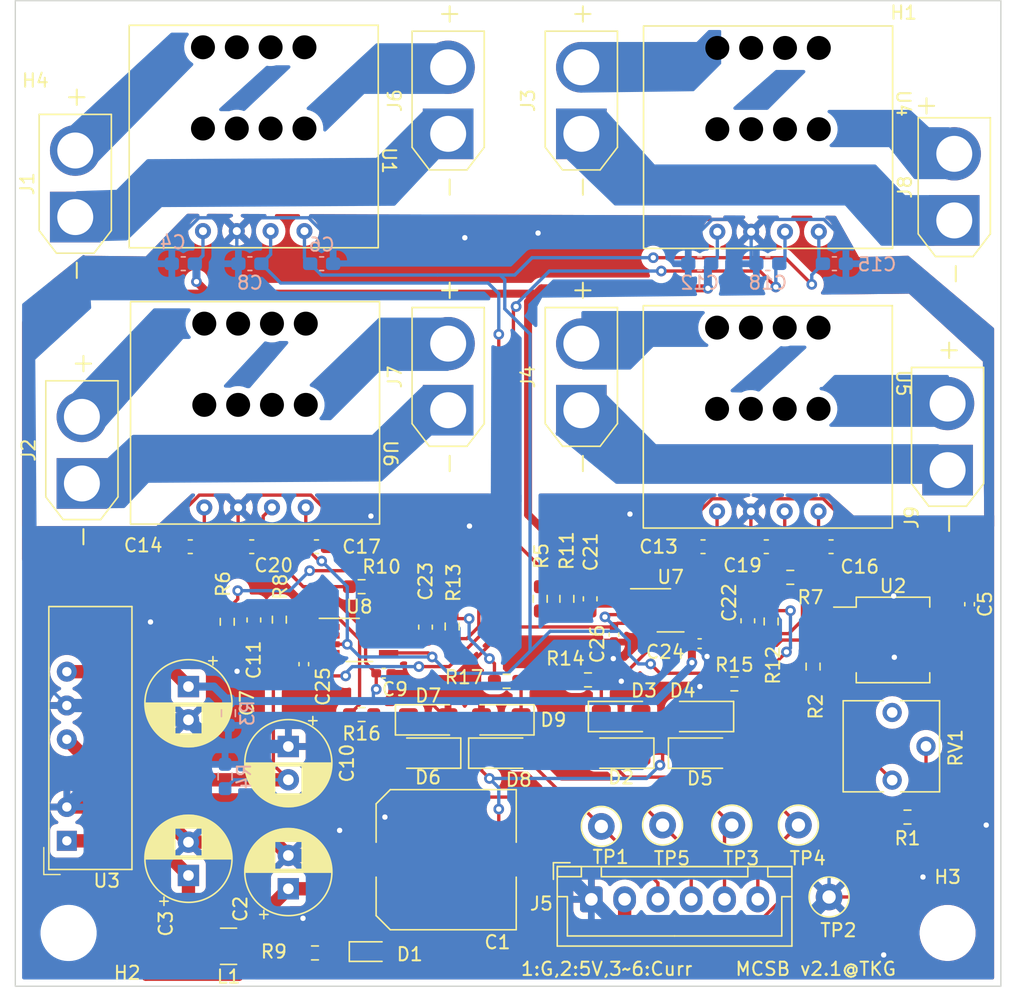
<source format=kicad_pcb>
(kicad_pcb (version 20211014) (generator pcbnew)
  (layers (0 "F.Cu" signal) (31 "B.Cu" signal) (34 "B.Paste" user) (35 "F.Paste" user) (36 "B.SilkS" user "B.Silkscreen") (37 "F.SilkS" user "F.Silkscreen") (38 "B.Mask" user) (39 "F.Mask" user) (44 "Edge.Cuts" user))
  (net 0 "")
  (net 1 "GND")
  (net 2 "Net-(C8-Pad2)")
  (net 3 "+5V")
  (net 4 "Net-(C11-Pad1)")
  (net 5 "Net-(C11-Pad2)")
  (net 6 "Net-(J1-Pad1)")
  (net 7 "Net-(J2-Pad1)")
  (net 8 "Net-(J3-Pad1)")
  (net 9 "Net-(J4-Pad1)")
  (net 10 "Net-(R1-Pad1)")
  (net 11 "Net-(R2-Pad2)")
  (net 12 "Net-(C3-Pad1)")
  (net 14 "Net-(D1-Pad1)")
  (net 15 "+12V")
  (net 16 "-12V")
  (net 17 "Net-(C18-Pad2)")
  (net 18 "Net-(C19-Pad2)")
  (net 19 "Net-(C20-Pad2)")
  (net 20 "Net-(C21-Pad1)")
  (net 21 "Net-(C21-Pad2)")
  (net 22 "Net-(C22-Pad1)")
  (net 23 "Net-(C22-Pad2)")
  (net 24 "Net-(C23-Pad1)")
  (net 25 "Net-(C23-Pad2)")
  (net 26 "Cur3")
  (net 27 "Cur4")
  (net 28 "Cur1")
  (net 29 "Cur2")
  (net 30 "InCurr_1")
  (net 31 "InCurr_2")
  (net 32 "InCurr_3")
  (net 33 "InCurr_4")
  (net 34 "OutCurr_1")
  (net 35 "OutCurr_2")
  (net 36 "OutCurr_3")
  (net 37 "OutCurr_4")
  (net 38 "Net-(U1-Pad2)")
  (net 40 "ref1.65V")
  (footprint "Resistor_SMD:R_0603_1608Metric_Pad0.98x0.95mm_HandSolder" (layer "F.Cu") (at 171.5 68 180)
    (fp_text reference "R14")
    (fp_text value "1k")
  )
  (footprint "Resistor_SMD:R_0603_1608Metric_Pad0.98x0.95mm_HandSolder" (layer "F.Cu") (at 169.9125 61.9125 90)
    (fp_text reference "R11")
    (fp_text value "27k")
  )
  (footprint "TestPoint:TestPoint_Loop_D1.80mm_Drill1.0mm_Beaded" (layer "F.Cu") (at 187.3 78.9)
    (fp_text reference "TP4")
    (fp_text value "Curr")
  )
  (footprint "Connector_AMASS:AMASS_XT30U-F_1x02_P5.0mm_Vertical" (layer "F.Cu") (at 198.5 52.25 90)
    (fp_text reference "J9")
    (fp_text value "XT30")
  )
  (footprint "X_MYLIB:HXS_50-NP-NoPad" (layer "F.Cu") (at 185.02 27.25 -90)
    (fp_text reference "U4")
    (fp_text value "HXS_50-NP")
  )
  (footprint "Capacitor_SMD:C_0603_1608Metric_Pad1.08x0.95mm_HandSolder" (layer "F.Cu") (at 151.1125 58 180)
    (fp_text reference "C17")
    (fp_text value "47nF")
  )
  (footprint "Capacitor_SMD:C_0603_1608Metric_Pad1.08x0.95mm_HandSolder" (layer "F.Cu") (at 146.4125 63.5 90)
    (fp_text reference "C11")
    (fp_text value "0.022uF")
  )
  (footprint "Package_SO:VSSOP-8_3.0x3.0mm_P0.65mm" (layer "F.Cu") (at 177.7 62.775)
    (fp_text reference "U7")
    (fp_text value "NJM8502")
  )
  (footprint "TestPoint:TestPoint_Loop_D1.80mm_Drill1.0mm_Beaded" (layer "F.Cu") (at 177.1 78.9)
    (fp_text reference "TP5")
    (fp_text value "Curr")
  )
  (footprint "Resistor_SMD:R_0603_1608Metric_Pad0.98x0.95mm_HandSolder" (layer "F.Cu") (at 154.5 61)
    (fp_text reference "R10")
    (fp_text value "10k")
  )
  (footprint "Connector_AMASS:AMASS_XT30U-M_1x02_P5.0mm_Vertical" (layer "F.Cu") (at 133 33.25 90)
    (fp_text reference "J1")
    (fp_text value "XT30")
  )
  (footprint "Package_SO:SO-8_5.3x6.2mm_P1.27mm" (layer "F.Cu") (at 194.4 65)
    (fp_text reference "U2")
    (fp_text value "NJM2746")
  )
  (footprint "Package_SO:VSSOP-8_3.0x3.0mm_P0.65mm" (layer "F.Cu") (at 154.325 65)
    (fp_text reference "U8")
    (fp_text value "NJM8502")
  )
  (footprint "Capacitor_SMD:C_0603_1608Metric_Pad1.08x0.95mm_HandSolder" (layer "F.Cu") (at 184.8875 58)
    (fp_text reference "C19")
    (fp_text value "4.7nF")
  )
  (footprint "TestPoint:TestPoint_Loop_D1.80mm_Drill1.0mm_Beaded" (layer "F.Cu") (at 182.3 78.9)
    (fp_text reference "TP3")
    (fp_text value "Curr")
  )
  (footprint "Resistor_SMD:R_0603_1608Metric_Pad0.98x0.95mm_HandSolder" (layer "F.Cu") (at 144.4125 63.6375 -90)
    (fp_text reference "R6")
    (fp_text value "10k")
  )
  (footprint "Resistor_SMD:R_0603_1608Metric_Pad0.98x0.95mm_HandSolder" (layer "F.Cu") (at 148.325 63.475 90)
    (fp_text reference "R8")
    (fp_text value "27k")
  )
  (footprint "Resistor_SMD:R_0603_1608Metric_Pad0.98x0.95mm_HandSolder" (layer "F.Cu") (at 195.4875 78.3 180)
    (fp_text reference "R1")
    (fp_text value "100k")
  )
  (footprint "Diode_SMD:D_1206_3216Metric_Pad1.42x1.75mm_HandSolder" (layer "F.Cu") (at 165 73.5)
    (fp_text reference "D8")
    (fp_text value "SS2040FL(I-02073)")
  )
  (footprint "Capacitor_SMD:C_0402_1005Metric_Pad0.74x0.62mm_HandSolder" (layer "F.Cu") (at 156.1625 67.5 180)
    (fp_text reference "C9")
    (fp_text value "0.1uF(NJM8502)")
  )
  (footprint "Capacitor_SMD:C_0603_1608Metric_Pad1.08x0.95mm_HandSolder" (layer "F.Cu") (at 180.1375 58)
    (fp_text reference "C13")
    (fp_text value "47nF")
  )
  (footprint "Capacitor_SMD:C_0603_1608Metric_Pad1.08x0.95mm_HandSolder" (layer "F.Cu") (at 141.6375 58)
    (fp_text reference "C14")
    (fp_text value "47nF")
  )
  (footprint "Capacitor_SMD:C_Elec_10x10.2" (layer "F.Cu") (at 160.85 81.5)
    (fp_text reference "C1")
    (fp_text value "220uF(P-01302)")
  )
  (footprint "Connector_AMASS:AMASS_XT30U-M_1x02_P5.0mm_Vertical" (layer "F.Cu") (at 133.5 53.25 90)
    (fp_text reference "J2")
    (fp_text value "XT30")
  )
  (footprint "Capacitor_SMD:C_0603_1608Metric_Pad1.08x0.95mm_HandSolder" (layer "F.Cu") (at 189.75 58 180)
    (fp_text reference "C16")
    (fp_text value "47nF")
  )
  (footprint "Resistor_SMD:R_0603_1608Metric_Pad0.98x0.95mm_HandSolder" (layer "F.Cu") (at 165.3875 68.1 180)
    (fp_text reference "R17")
    (fp_text value "1k")
  )
  (footprint "X_MYLIB:HXS_50-NP-NoPad" (layer "F.Cu") (at 146.4 27.2 -90)
    (fp_text reference "U1")
    (fp_text value "HXS_50-NP")
  )
  (footprint "Capacitor_SMD:C_0603_1608Metric_Pad1.08x0.95mm_HandSolder" (layer "F.Cu") (at 183.5 63.5625 90)
    (fp_text reference "C22")
    (fp_text value "0.022uF")
  )
  (footprint "MountingHole:MountingHole_3.2mm_M3" (layer "F.Cu") (at 132.5 21)
    (fp_text reference "H4")
    (fp_text value "M3")
  )
  (footprint "Capacitor_THT:CP_Radial_D6.3mm_P2.50mm" (layer "F.Cu") (at 141.5 82.68238 90)
    (fp_text reference "C3")
    (fp_text value "22uF(P-08294)")
  )
  (footprint "Resistor_SMD:R_0603_1608Metric_Pad0.98x0.95mm_HandSolder" (layer "F.Cu") (at 161.3 63.9875 90)
    (fp_text reference "R13")
    (fp_text value "27k")
  )
  (footprint "Diode_SMD:D_1206_3216Metric_Pad1.42x1.75mm_HandSolder" (layer "F.Cu") (at 173.9875 70.75)
    (fp_text reference "D3")
    (fp_text value "SS2040FL(I-02073)")
  )
  (footprint "Connector_AMASS:AMASS_XT30U-F_1x02_P5.0mm_Vertical" (layer "F.Cu") (at 199 33.5 90)
    (fp_text reference "J8")
    (fp_text value "XT30")
  )
  (footprint "Resistor_SMD:R_0603_1608Metric_Pad0.98x0.95mm_HandSolder" (layer "F.Cu") (at 185.25 63.6125 90)
    (fp_text reference "R12")
    (fp_text value "27k")
  )
  (footprint "Connector_JST:JST_XH_B6B-XH-A_1x06_P2.50mm_Vertical" (layer "F.Cu") (at 171.75 84.475)
    (fp_text reference "J5")
    (fp_text value "JST XH")
  )
  (footprint "MountingHole:MountingHole_3.2mm_M3" (layer "F.Cu") (at 198.5 87)
    (fp_text reference "H3")
    (fp_text value "M3")
  )
  (footprint "Diode_SMD:D_1206_3216Metric_Pad1.42x1.75mm_HandSolder" (layer "F.Cu") (at 164.9875 71 180)
    (fp_text reference "D9")
    (fp_text value "SS2040FL(I-02073)")
  )
  (footprint "Connector_AMASS:AMASS_XT30U-F_1x02_P5.0mm_Vertical" (layer "F.Cu") (at 161 27 90)
    (fp_text reference "J6")
    (fp_text value "XT30")
  )
  (footprint "Connector_AMASS:AMASS_XT30U-M_1x02_P5.0mm_Vertical" (layer "F.Cu") (at 171 47.75 90)
    (fp_text reference "J4")
    (fp_text value "XT30")
  )
  (footprint "Resistor_SMD:R_0603_1608Metric_Pad0.98x0.95mm_HandSolder" (layer "F.Cu") (at 167.9125 61.9125 -90)
    (fp_text reference "R5")
    (fp_text value "10k")
  )
  (footprint "Resistor_SMD:R_0603_1608Metric_Pad0.98x0.95mm_HandSolder" (layer "F.Cu") (at 188.4 67 90)
    (fp_text reference "R2")
    (fp_text value "51k")
  )
  (footprint "Diode_SMD:D_1206_3216Metric_Pad1.42x1.75mm_HandSolder" (layer "F.Cu") (at 159.5 71)
    (fp_text reference "D7")
    (fp_text value "SS2040FL(I-02073)")
  )
  (footprint "Capacitor_SMD:C_0603_1608Metric_Pad1.08x0.95mm_HandSolder" (layer "F.Cu") (at 159.3 64.0375 90)
    (fp_text reference "C23")
    (fp_text value "0.022uF")
  )
  (footprint "Resistor_SMD:R_0603_1608Metric_Pad0.98x0.95mm_HandSolder" (layer "F.Cu") (at 151 88.5)
    (fp_text reference "R9")
    (fp_text value "4.7k")
  )
  (footprint "Diode_SMD:D_1206_3216Metric_Pad1.42x1.75mm_HandSolder" (layer "F.Cu") (at 173.9875 73.5 180)
    (fp_text reference "D2")
    (fp_text value "SS2040FL(I-02073)")
  )
  (footprint "Connector_AMASS:AMASS_XT30U-M_1x02_P5.0mm_Vertical" (layer "F.Cu") (at 171 27 90)
    (fp_text reference "J3")
    (fp_text value "XT30")
  )
  (footprint "Resistor_SMD:R_0603_1608Metric_Pad0.98x0.95mm_HandSolder" (layer "F.Cu") (at 182.4875 68.3)
    (fp_text reference "R15")
    (fp_text value "1k")
  )
  (footprint "MountingHole:MountingHole_3.2mm_M3" (layer "F.Cu") (at 198.5 21)
    (fp_text reference "H1")
    (fp_text value "M3")
  )
  (footprint "TestPoint:TestPoint_Loop_D1.80mm_Drill1.0mm_Beaded" (layer "F.Cu") (at 172.5 79)
    (fp_text reference "TP1")
    (fp_text value "Curr")
  )
  (footprint "Capacitor_SMD:C_0402_1005Metric_Pad0.74x0.62mm_HandSolder" (layer "F.Cu") (at 200.15 62.3175 -90)
    (fp_text reference "C5")
    (fp_text value "0.1uF(NJM2746)")
  )
  (footprint "Diode_SMD:D_1206_3216Metric_Pad1.42x1.75mm_HandSolder" (layer "F.Cu") (at 179.975 70.75 180)
    (fp_text reference "D5")
    (fp_text value "SS2040FL(I-02073)")
  )
  (footprint "Capacitor_SMD:C_0402_1005Metric_Pad0.74x0.62mm_HandSolder" (layer "F.Cu") (at 179.8825 65.275 180)
    (fp_text reference "C24")
    (fp_text value "0.1uF(NJM2746)")
  )
  (footprint "X_MYLIB:HXS_50-NP-NoPad" (layer "F.Cu") (at 146.5 47.95 -90)
    (fp_text reference "U6")
    (fp_text value "HXS_50-NP")
  )
  (footprint "Resistor_SMD:R_0603_1608Metric_Pad0.98x0.95mm_HandSolder" (layer "F.Cu") (at 186.6875 60.3)
    (fp_text reference "R7")
    (fp_text value "10k")
  )
  (footprint "Capacitor_SMD:C_0603_1608Metric_Pad1.08x0.95mm_HandSolder" (layer "F.Cu") (at 146.25 58)
    (fp_text reference "C20")
    (fp_text value "4.7nF")
  )
  (footprint "Capacitor_SMD:C_0402_1005Metric_Pad0.74x0.62mm_HandSolder" (layer "F.Cu") (at 150.1625 66.8175 90)
    (fp_text reference "C25")
    (fp_text value "0.1uF(NJM8502)")
  )
  (footprint "Connector_AMASS:AMASS_XT30U-F_1x02_P5.0mm_Vertical" (layer "F.Cu") (at 161 47.75 90)
    (fp_text reference "J7")
    (fp_text value "XT30")
  )
  (footprint "MountingHole:MountingHole_3.2mm_M3" (layer "F.Cu") (at 132.5 87)
    (fp_text reference "H2")
    (fp_text value "M3")
  )
  (footprint "Diode_SMD:D_1206_3216Metric_Pad1.42x1.75mm_HandSolder" (layer "F.Cu") (at 159.4875 73.5 180)
    (fp_text reference "D6")
    (fp_text value "SS2040FL(I-02073)")
  )
  (footprint "Capacitor_SMD:C_0603_1608Metric_Pad1.08x0.95mm_HandSolder" (layer "F.Cu") (at 171.6625 61.9125 90)
    (fp_text reference "C21")
    (fp_text value "0.022uF")
  )
  (footprint "Inductor_SMD:L_1210_3225Metric_Pad1.42x2.65mm_HandSolder" (layer "F.Cu") (at 144.5125 88 180)
    (fp_text reference "L1")
    (fp_text value "4.7uH(P-14978)")
  )
  (footprint "Capacitor_THT:CP_Radial_D6.3mm_P2.50mm" (layer "F.Cu") (at 141.5 68.5 -90)
    (fp_text reference "C7")
    (fp_text value "22uF(P-08294)")
  )
  (footprint "Diode_SMD:D_0603_1608Metric_Pad1.05x0.95mm_HandSolder" (layer "F.Cu") (at 155.2375 88.4)
    (fp_text reference "D1")
    (fp_text value "BLUE")
  )
  (footprint "X_MYLIB:HXS_50-NP-NoPad" (layer "F.Cu") (at 185 48.25 -90)
    (fp_text reference "U5")
    (fp_text value "HXS_50-NP")
  )
  (footprint "Diode_SMD:D_1206_3216Metric_Pad1.42x1.75mm_HandSolder" (layer "F.Cu") (at 180 73.5)
    (fp_text reference "D4")
    (fp_text value "SS2040FL(I-02073)")
  )
  (footprint "Capacitor_THT:CP_Radial_D6.3mm_P2.50mm" (layer "F.Cu") (at 149 73 -90)
    (fp_text reference "C10")
    (fp_text value "22uF(P-08294)")
  )
  (footprint "Resistor_SMD:R_0603_1608Metric_Pad0.98x0.95mm_HandSolder" (layer "F.Cu") (at 154.5 70.6 180)
    (fp_text reference "R16")
    (fp_text value "1k")
  )
  (footprint "Capacitor_THT:CP_Radial_D6.3mm_P2.50mm" (layer "F.Cu") (at 149 83.68238 90)
    (fp_text reference "C2")
    (fp_text value "22uF(P-08294)")
  )
  (footprint "Converter_DCDC:Converter_DCDC_Murata_NMAxxxxSC_THT" (layer "F.Cu") (at 132.3675 80.0825 180)
    (fp_text reference "U3")
    (fp_text value "MAU108")
  )
  (footprint "Potentiometer_THT:Potentiometer_Vishay_T73YP_Vertical" (layer "F.Cu") (at 194.3375 75.525)
    (fp_text reference "RV1")
    (fp_text value "10k(P-03277)")
  )
  (footprint "TestPoint:TestPoint_Loop_D1.80mm_Drill1.0mm_Beaded" (layer "F.Cu") (at 189.6 84.3)
    (fp_text reference "TP2")
    (fp_text value "Gnd")
  )
  (footprint "Capacitor_SMD:C_0402_1005Metric_Pad0.74x0.62mm_HandSolder" (layer "F.Cu") (at 173.45 64.5925 90)
    (fp_text reference "C26")
    (fp_text value "0.1uF(NJM8502)")
  )
  (footprint "Capacitor_SMD:C_0603_1608Metric_Pad1.08x0.95mm_HandSolder" (layer "B.Cu") (at 141.1125 36.75)
    (fp_text reference "C4")
    (fp_text value "47nF")
  )
  (footprint "Capacitor_SMD:C_0603_1608Metric_Pad1.08x0.95mm_HandSolder" (layer "B.Cu") (at 190 36.75 180)
    (fp_text reference "C15")
    (fp_text value "47nF")
  )
  (footprint "Resistor_SMD:R_0603_1608Metric_Pad0.98x0.95mm_HandSolder" (layer "B.Cu") (at 144.5 70.5 90)
    (fp_text reference "R3")
    (fp_text value "10k")
  )
  (footprint "Capacitor_SMD:C_0603_1608Metric_Pad1.08x0.95mm_HandSolder" (layer "B.Cu") (at 179.8875 36.75)
    (fp_text reference "C12")
    (fp_text value "47nF")
  )
  (footprint "Capacitor_SMD:C_0603_1608Metric_Pad1.08x0.95mm_HandSolder" (layer "B.Cu") (at 185 36.75)
    (fp_text reference "C18")
    (fp_text value "4.7nF")
  )
  (footprint "Capacitor_SMD:C_0603_1608Metric_Pad1.08x0.95mm_HandSolder" (layer "B.Cu") (at 151.5 36.75 180)
    (fp_text reference "C6")
    (fp_text value "47nF")
  )
  (footprint "Resistor_SMD:R_0603_1608Metric_Pad0.98x0.95mm_HandSolder" (layer "B.Cu") (at 144.25 75.25 90)
    (fp_text reference "R4")
    (fp_text value "10k")
  )
  (footprint "Capacitor_SMD:C_0603_1608Metric_Pad1.08x0.95mm_HandSolder" (layer "B.Cu") (at 146.1125 36.75)
    (fp_text reference "C8")
    (fp_text value "4.7nF")
  )
  (gr_poly (pts (xy 181.4 21.7) (xy 179.4 23.7) (xy 170.898994 23.806463) (xy 171 20.2) (xy 179.7 20.2) (xy 180.6 19.3) (xy 181.4 19.3)) (layer "B.Cu") (width 0.2) (fill solid))
  (gr_rect (start 128.5 91) (end 202.5 17) (layer "Edge.Cuts") (width 0.1) (fill none))
  (gr_text "1:G,2:5V,3~6:Curr" (at 172.9 89.7) (layer "F.SilkS") (effects (font (size 1 1))))
  (gr_text "MCSB v2.1@TKG" (at 188.6 89.7) (layer "F.SilkS") (effects (font (size 1 1))))
  (segment (start 194.5 68.2) (end 188.6875 68.2) (width 0.25) (layer "F.Cu") (net 1))
  (segment (start 194.5 66.3) (end 194.5 68.2) (width 0.25) (layer "F.Cu") (net 1))
  (segment (start 148 80.18238) (end 149 81.18238) (width 1) (layer "F.Cu") (net 1))
  (segment (start 145.3875 59.5125) (end 141.9 63) (width 0.25) (layer "F.Cu") (net 1))
  (segment (start 201.5 61.7) (end 200.2 61.7) (width 0.25) (layer "F.Cu") (net 1))
  (segment (start 175.475 70.75) (end 178.4875 70.75) (width 0.25) (layer "F.Cu") (net 1))
  (segment (start 179.275 58) (end 179.275 55.956852) (width 0.25) (layer "F.Cu") (net 1))
  (segment (start 157.4875 67.5) (end 160.9875 71) (width 0.25) (layer "F.Cu") (net 1))
  (segment (start 199.3 60.9) (end 198 60.9) (width 0.25) (layer "F.Cu") (net 1))
  (segment (start 145.23 57.8425) (end 145.3875 58) (width 0.25) (layer "F.Cu") (net 1))
  (segment (start 140.775 55.656852) (end 142.306852 54.125) (width 0.25) (layer "F.Cu") (net 1))
  (segment (start 199.295 66.905) (end 197.9 66.905) (width 0.25) (layer "F.Cu") (net 1))
  (segment (start 194.5 64.4) (end 194.5 66.3) (width 0.25) (layer "F.Cu") (net 1))
  (segment (start 151.975 55.406852) (end 151.975 58) (width 0.25) (layer "F.Cu") (net 1))
  (segment (start 150.693148 54.125) (end 151.975 55.406852) (width 0.25) (layer "F.Cu") (net 1))
  (segment (start 200.2 61.7) (end 200.15 61.75) (width 0.25) (layer "F.Cu") (net 1))
  (segment (start 194.5 66.3) (end 194.5 61.75) (width 0.25) (layer "F.Cu") (net 1))
  (segment (start 167.75 34.45) (end 168.775 33.425) (width 0.25) (layer "F.Cu") (net 1))
  (segment (start 149 81.18238) (end 156.13238 81.18238) (width 1) (layer "F.Cu") (net 1))
  (segment (start 200.15 61.75) (end 199.3 60.9) (width 0.25) (layer "F.Cu") (net 1))
  (segment (start 141.5 80.18238) (end 148 80.18238) (width 1) (layer "F.Cu") (net 1))
  (segment (start 168.775 33.425) (end 182.825 33.425) (width 0.25) (layer "F.Cu") (net 1))
  (segment (start 180.437701 65.287299) (end 180.45 65.275) (width 0.25) (layer "F.Cu") (net 1))
  (segment (start 149 68.5475) (end 150.1625 67.385) (width 0.25) (layer "F.Cu") (net 1))
  (segment (start 194.5 61.75) (end 194.45 61.7) (width 0.25) (layer "F.Cu") (net 1))
  (segment (start 195.105 66.905) (end 194.5 66.3) (width 0.25) (layer "F.Cu") (net 1))
  (segment (start 190.6125 55.844352) (end 189.168148 54.4) (width 0.25) (layer "F.Cu") (net 1))
  (segment (start 201.5 77.6) (end 201.5 61.7) (width 0.25) (layer "F.Cu") (net 1))
  (segment (start 145.23 55.05) (end 145.23 57.8425) (width 0.25) (layer "F.Cu") (net 1))
  (segment (start 140.775 58) (end 140.775 55.656852) (width 0.25) (layer "F.Cu") (net 1))
  (segment (start 193.7 88.4) (end 193.7 88.65) (width 0.25) (layer "F.Cu") (net 1))
  (segment (start 183.73 57.705) (end 184.025 58) (width 0.25) (layer "F.Cu") (net 1))
  (segment (start 189.6 84.3) (end 193.7 88.4) (width 0.25) (layer "F.Cu") (net 1))
  (segment (start 149 73) (end 149 68.5475) (width 0.25) (layer "F.Cu") (net 1))
  (segment (start 189.168148 54.4) (end 184.68 54.4) (width 0.25) (layer "F.Cu") (net 1))
  (segment (start 156.73 67.5) (end 157.4875 67.5) (width 0.25) (layer "F.Cu") (net 1))
  (segment (start 199.4 65.8) (end 199.4 66.8) (width 0.25) (layer "F.Cu") (net 1))
  (segment (start 151.975 58) (end 161.05 58) (width 0.25) (layer "F.Cu") (net 1))
  (segment (start 161.05 58) (end 162.6 56.45) (width 0.25) (layer "F.Cu") (net 1))
  (segment (start 197.5 82.8) (end 201.4 78.9) (width 0.25) (layer "F.Cu") (net 1))
  (segment (start 160.9875 71) (end 163.5 71) (width 0.25) (layer "F.Cu") (net 1))
  (segment (start 153.9 37.2) (end 159.85 37.2) (width 0.25) (layer "F.Cu") (net 1))
  (segment (start 180.437701 66.237701) (end 180.437701 65.287299) (width 0.25) (layer "F.Cu") (net 1))
  (segment (start 141.9 64.8) (end 143.7 66.6) (width 0.25) (layer "F.Cu") (net 1))
  (segment (start 182.78 54.4) (end 183.73 55.35) (width 0.25) (layer "F.Cu") (net 1))
  (segment (start 146.155 54.125) (end 150.693148 54.125) (width 0.25) (layer "F.Cu") (net 1))
  (segment (start 175.475 69.575) (end 174 68.1) (width 0.25) (layer "F.Cu") (net 1))
  (segment (start 150.0875 88.5) (end 150.0875 85.9125) (width 0.25) (layer "F.Cu") (net 1))
  (segment (start 178.4875 70.75) (end 178.4875 69.9125) (width 0.25) (layer "F.Cu") (net 1))
  (segment (start 194.8 84.3) (end 201.5 77.6) (width 0.25) (layer "F.Cu") (net 1))
  (segment (start 190.6125 58) (end 190.6125 55.844352) (width 0.25) (layer "F.Cu") (net 1))
  (segment (start 143.7 68.8) (end 141.5 71) (width 0.25) (layer "F.Cu") (net 1))
  (segment (start 183.73 55.35) (end 183.73 57.705) (width 0.25) (layer "F.Cu") (net 1))
  (segment (start 197.9 65.635) (end 199.235 65.635) (width 0.25) (layer "F.Cu") (net 1))
  (segment (start 179.275 55.956852) (end 180.831852 54.4) (width 0.25) (layer "F.Cu") (net 1))
  (segment (start 195.1 58) (end 198 60.9) (width 0.25) (layer "F.Cu") (net 1))
  (segment (start 132.3675 77.5425) (end 138.86012 77.5425) (width 1) (layer "F.Cu") (net 1))
  (segment (start 156.13238 81.18238) (end 156.45 81.5) (width 1) (layer "F.Cu") (net 1))
  (segment (start 173.4 65.21) (end 173.45 65.16) (width 0.25) (layer "F.Cu") (net 1))
  (segment (start 199.295 68.005) (end 199.1 68.2) (width 0.25) (layer "F.Cu") (net 1))
  (segment (start 141.9 63) (end 141.9 64.8) (width 0.25) (layer "F.Cu") (net 1))
  (segment (start 184.68 54.4) (end 183.73 55.35) (width 0.25) (layer "F.Cu") (net 1))
  (segment (start 199.235 65.635) (end 199.4 65.8) (width 0.25) (layer "F.Cu") (net 1))
  (segment (start 182.825 33.425) (end 183.75 34.35) (width 0.25) (layer "F.Cu") (net 1))
  (segment (start 141.5 71) (end 145.15 67.35) (width 0.25) (layer "F.Cu") (net 1))
  (segment (start 180.831852 54.4) (end 182.78 54.4) (width 0.25) (layer "F.Cu") (net 1))
  (segment (start 160.9875 71) (end 160.9875 68.487195) (width 0.25) (layer "F.Cu") (net 1))
  (segment (start 148.03 37.2) (end 153.9 37.2) (width 0.25) (layer "F.Cu") (net 1))
  (segment (start 189.4075 66.905) (end 188.4 67.9125) (width 0.25) (layer "F.Cu") (net 1))
  (segment (start 159.85 37.2) (end 162.25 34.8) (width 0.25) (layer "F.Cu") (net 1))
  (segment (start 199.1 68.2) (end 194.5 68.2) (width 0.25) (layer "F.Cu") (net 1))
  (segment (start 197.9 66.905) (end 195.105 66.905) (width 0.25) (layer "F.Cu") (net 1))
  (segment (start 199.4 66.8) (end 199.295 66.905) (width 0.25) (layer "F.Cu") (net 1))
  (segment (start 178.4875 69.9125) (end 179.9 68.5) (width 0.25) (layer "F.Cu") (net 1))
  (segment (start 173.4 66.4) (end 173.4 65.21) (width 0.25) (layer "F.Cu") (net 1))
  (segment (start 177.1 58) (end 174.65 55.55) (width 0.25) (layer "F.Cu") (net 1))
  (segment (start 188.6875 68.2) (end 188.4 67.9125) (width 0.25) (layer "F.Cu") (net 1))
  (segment (start 145.13 34.3) (end 148.03 37.2) (width 0.25) (layer "F.Cu") (net 1))
  (segment (start 175.475 70.75) (end 175.475 69.575) (width 0.25) (layer "F.Cu") (net 1))
  (segment (start 156.45 81.5) (end 156.45 78.5) (width 0.25) (layer "F.Cu") (net 1))
  (segment (start 160.9875 68.487195) (end 164.314695 65.16) (width 0.25) (layer "F.Cu") (net 1))
  (segment (start 150.0875 85.9125) (end 150.1 85.9) (width 0.25) (layer "F.Cu") (net 1))
  (segment (start 199.295 66.905) (end 199.295 68.005) (width 0.25) (layer "F.Cu") (net 1))
  (segment (start 156.45 78.5) (end 156.25 78.3) (width 0.25) (layer "F.Cu") (net 1))
  (segment (start 190.9 66.905) (end 189.4075 66.905) (width 0.25) (layer "F.Cu") (net 1))
  (segment (start 144.305 54.125) (end 145.23 55.05) (width 0.25) (layer "F.Cu") (net 1))
  (segment (start 198 60.9) (end 194.5 64.4) (width 0.25) (layer "F.Cu") (net 1))
  (segment (start 179.275 58) (end 177.1 58) (width 0.25) (layer "F.Cu") (net 1))
  (segment (start 196.65 82.8) (end 197.5 82.8) (width 0.25) (layer "F.Cu") (net 1))
  (segment (start 164.314695 65.16) (end 173.45 65.16) (width 0.25) (layer "F.Cu") (net 1))
  (segment (start 142.306852 54.125) (end 144.305 54.125) (width 0.25) (layer "F.Cu") (net 1))
  (segment (start 145.23 55.05) (end 146.155 54.125) (width 0.25) (layer "F.Cu") (net 1))
  (segment (start 143.7 66.6) (end 143.7 68.8) (width 0.25) (layer "F.Cu") (net 1))
  (segment (start 189.6 84.3) (end 194.8 84.3) (width 0.25) (layer "F.Cu") (net 1))
  (segment (start 145.3875 58) (end 145.3875 59.5125) (width 0.25) (layer "F.Cu") (net 1))
  (segment (start 190.6125 58) (end 195.1 58) (width 0.25) (layer "F.Cu") (net 1))
  (segment (start 138.86012 77.5425) (end 141.5 80.18238) (width 1) (layer "F.Cu") (net 1))
  (via (at 138.65 63.65) (size 0.8) (drill 0.4) (layers "F.Cu" "B.Cu") (net 1))
  (via (at 162.25 34.8) (size 0.8) (drill 0.4) (layers "F.Cu" "B.Cu") (net 1))
  (via (at 194.5 66.3) (size 0.8) (drill 0.4) (layers "F.Cu" "B.Cu") (net 1))
  (via (at 145.15 67.35) (size 0.8) (drill 0.4) (layers "F.Cu" "B.Cu") (net 1))
  (via (at 180.437701 66.237701) (size 0.8) (drill 0.4) (layers "F.Cu" "B.Cu") (net 1))
  (via (at 155.2 55.7) (size 0.8) (drill 0.4) (layers "F.Cu" "B.Cu") (net 1))
  (via (at 173.4 66.4) (size 0.8) (drill 0.4) (layers "F.Cu" "B.Cu") (net 1))
  (via (at 196.65 82.8) (size 0.8) (drill 0.4) (layers "F.Cu" "B.Cu") (net 1))
  (via (at 167.75 34.45) (size 0.8) (drill 0.4) (layers "F.Cu" "B.Cu") (net 1))
  (via (at 156.25 78.3) (size 0.8) (drill 0.4) (layers "F.Cu" "B.Cu") (net 1))
  (via (at 179.9 68.5) (size 0.8) (drill 0.4) (layers "F.Cu" "B.Cu") (net 1))
  (via (at 174 68.1) (size 0.8) (drill 0.4) (layers "F.Cu" "B.Cu") (net 1))
  (via (at 150.1 85.9) (size 0.8) (drill 0.4) (layers "F.Cu" "B.Cu") (net 1))
  (via (at 193.7 88.65) (size 0.8) (drill 0.4) (layers "F.Cu" "B.Cu") (net 1))
  (via (at 194.45 61.7) (size 0.8) (drill 0.4) (layers "F.Cu" "B.Cu") (net 1))
  (via (at 152.85 79.3) (size 0.8) (drill 0.4) (layers "F.Cu" "B.Cu") (net 1))
  (via (at 174.65 55.55) (size 0.8) (drill 0.4) (layers "F.Cu" "B.Cu") (net 1))
  (via (at 201.4 78.9) (size 0.8) (drill 0.4) (layers "F.Cu" "B.Cu") (net 1))
  (via (at 162.6 56.45) (size 0.8) (drill 0.4) (layers "F.Cu" "B.Cu") (net 1))
  (segment (start 152.3625 35.144352) (end 150.518148 33.3) (width 0.25) (layer "B.Cu") (net 1))
  (segment (start 144.5 72.7) (end 144.2 73) (width 0.25) (layer "B.Cu") (net 1))
  (segment (start 153.85 78.3) (end 152.85 79.3) (width 0.25) (layer "B.Cu") (net 1))
  (segment (start 161.85 55.7) (end 155.2 55.7) (width 0.25) (layer "B.Cu") (net 1))
  (segment (start 144.25 74.3375) (end 144.25 73.05) (width 0.25) (layer "B.Cu") (net 1))
  (segment (start 185.9 72.4) (end 181 67.5) (width 0.25) (layer "B.Cu") (net 1))
  (segment (start 152.3625 36.75) (end 152.3625 35.144352) (width 0.25) (layer "B.Cu") (net 1))
  (segment (start 137.3 71) (end 141.5 71) (width 1) (layer "B.Cu") (net 1))
  (segment (start 179.025 36.75) (end 179.025 35.226852) (width 0.25) (layer "B.Cu") (net 1))
  (segment (start 174 67) (end 173.4 66.4) (width 0.25) (layer "B.Cu") (net 1))
  (segment (start 181 67.5) (end 181 66.8) (width 0.25) (layer "B.Cu") (net 1))
  (segment (start 132.3675 77.5425) (end 138.91 71) (width 1) (layer "B.Cu") (net 1))
  (segment (start 187.75 86.15) (end 189.6 84.3) (width 1) (layer "B.Cu") (net 1))
  (segment (start 156.25 78.3) (end 153.85 78.3) (width 0.25) (layer "B.Cu") (net 1))
  (segment (start 171.75 84.475) (end 173.425 86.15) (width 1) (layer "B.Cu") (net 1))
  (segment (start 173.425 86.15) (end 187.75 86.15) (width 1) (layer "B.Cu") (net 1))
  (segment (start 193.7 85.75) (end 196.65 82.8) (width 0.25) (layer "B.Cu") (net 1))
  (segment (start 140.25 36.75) (end 134.05 36.75) (width 0.25) (layer "B.Cu") (net 1))
  (segment (start 134.05 36.75) (end 129.5 41.3) (width 0.25) (layer "B.Cu") (net 1))
  (segment (start 193.7 88.65) (end 193.7 85.75) (width 0.25) (layer "B.Cu") (net 1))
  (segment (start 167.4 34.8) (end 167.75 34.45) (width 0.25) (layer "B.Cu") (net 1))
  (segment (start 162.6 56.45) (end 161.85 55.7) (width 0.25) (layer "B.Cu") (net 1))
  (segment (start 136.2225 69.9225) (end 137.3 71) (width 1) (layer "B.Cu") (net 1))
  (segment (start 144.2 73) (end 149 73) (width 1) (layer "B.Cu") (net 1))
  (segment (start 145.13 36.63) (end 145.25 36.75) (width 0.25) (layer "B.Cu") (net 1))
  (segment (start 179.025 35.226852) (end 180.826852 33.425) (width 0.25) (layer "B.Cu") (net 1))
  (segment (start 140.25 36.75) (end 140.25 35.331852) (width 0.25) (layer "B.Cu") (net 1))
  (segment (start 140.25 35.331852) (end 142.281852 33.3) (width 0.25) (layer "B.Cu") (net 1))
  (segment (start 145.15 67.35) (end 141.45 63.65) (width 0.25) (layer "B.Cu") (net 1))
  (segment (start 189.213148 33.425) (end 190.8625 35.074352) (width 0.25) (layer "B.Cu") (net 1))
  (segment (start 132.3675 69.9225) (end 136.2225 69.9225) (width 1) (layer "B.Cu") (net 1))
  (segment (start 184.1375 36.75) (end 183.75 36.3625) (width 0.25) (layer "B.Cu") (net 1))
  (segment (start 174 68.1) (end 174 67) (width 0.25) (layer "B.Cu") (net 1))
  (segment (start 141.5 71) (end 143.5 73) (width 1) (layer "B.Cu") (net 1))
  (segment (start 144.13 33.3) (end 145.13 34.3) (width 0.25) (layer "B.Cu") (net 1))
  (segment (start 141.45 63.65) (end 138.65 63.65) (width 0.25) (layer "B.Cu") (net 1))
  (segment (start 181 66.8) (end 180.437701 66.237701) (width 0.25) (layer "B.Cu") (net 1))
  (segment (start 168.45738 81.18238) (end 171.75 84.475) (width 1) (layer "B.Cu") (net 1))
  (segment (start 189.6 84.3) (end 189.6 76.1) (width 0.25) (layer "B.Cu") (net 1))
  (segment (start 138.91 71) (end 141.5 71) (width 1) (layer "B.Cu") (net 1))
  (segment (start 190.8625 35.074352) (end 190.8625 36.75) (width 0.25) (layer "B.Cu") (net 1))
  (segment (start 129.5 67.055) (end 132.3675 69.9225) (width 0.25) (layer "B.Cu") (net 1))
  (segment (start 179.9 68.5) (end 180.9 67.5) (width 0.25) (layer "B.Cu") (net 1))
  (segment (start 162.25 34.8) (end 167.4 34.8) (width 0.25) (layer "B.Cu") (net 1))
  (segment (start 145.13 34.3) (end 145.13 36.63) (width 0.25) (layer "B.Cu") (net 1))
  (segment (start 144.25 73.05) (end 144.2 73) (width 0.25) (layer "B.Cu") (net 1))
  (segment (start 150.8 85.2) (end 150.8 82.98238) (width 0.25) (layer "B.Cu") (net 1))
  (segment (start 184.675 33.425) (end 189.213148 33.425) (width 0.25) (layer "B.Cu") (net 1))
  (segment (start 129.5 41.3) (end 129.5 67.055) (width 0.25) (layer "B.Cu") (net 1))
  (segment (start 150.8 82.98238) (end 149 81.18238) (width 0.25) (layer "B.Cu") (net 1))
  (segment (start 189.6 76.1) (end 185.9 72.4) (width 0.25) (layer "B.Cu") (net 1))
  (segment (start 150.1 85.9) (end 150.8 85.2) (width 0.25) (layer "B.Cu") (net 1))
  (segment (start 143.5 73) (end 144.2 73) (width 1) (layer "B.Cu") (net 1))
  (segment (start 149 81.18238) (end 168.45738 81.18238) (width 1) (layer "B.Cu") (net 1))
  (segment (start 180.826852 33.425) (end 182.825 33.425) (width 0.25) (layer "B.Cu") (net 1))
  (segment (start 146.13 33.3) (end 145.13 34.3) (width 0.25) (layer "B.Cu") (net 1))
  (segment (start 182.825 33.425) (end 183.75 34.35) (width 0.25) (layer "B.Cu") (net 1))
  (segment (start 183.75 36.3625) (end 183.75 34.35) (width 0.25) (layer "B.Cu") (net 1))
  (segment (start 144.5 71.4125) (end 144.5 72.7) (width 0.25) (layer "B.Cu") (net 1))
  (segment (start 183.75 34.35) (end 184.675 33.425) (width 0.25) (layer "B.Cu") (net 1))
  (segment (start 142.281852 33.3) (end 144.13 33.3) (width 0.25) (layer "B.Cu") (net 1))
  (segment (start 181 67.5) (end 180.9 67.5) (width 0.25) (layer "B.Cu") (net 1))
  (segment (start 150.518148 33.3) (end 146.13 33.3) (width 0.25) (layer "B.Cu") (net 1))
  (segment (start 164.8 57.2) (end 162.2 59.8) (width 0.25) (layer "F.Cu") (net 2))
  (segment (start 145.2 61.3) (end 145.2 61.9375) (width 0.25) (layer "F.Cu") (net 2))
  (segment (start 145.2 61.9375) (end 144.4125 62.725) (width 0.25) (layer "F.Cu") (net 2))
  (segment (start 162.2 59.8) (end 150.6 59.8) (width 0.25) (layer "F.Cu") (net 2))
  (segment (start 164.8 42.05) (end 164.8 57.2) (width 0.25) (layer "F.Cu") (net 2))
  (via (at 164.8 42.05) (size 0.8) (drill 0.4) (layers "F.Cu" "B.Cu") (net 2))
  (via (at 150.6 59.8) (size 0.8) (drill 0.4) (layers "F.Cu" "B.Cu") (net 2))
  (via (at 145.2 61.3) (size 0.8) (drill 0.4) (layers "F.Cu" "B.Cu") (net 2))
  (segment (start 147.67 34.3) (end 147.67 36.055) (width 0.25) (layer "B.Cu") (net 2))
  (segment (start 164.8 42.05) (end 164.8 39) (width 0.25) (layer "B.Cu") (net 2))
  (segment (start 148.425 38.2) (end 146.975 36.75) (width 0.25) (layer "B.Cu") (net 2))
  (segment (start 150.6 59.8) (end 149.1 61.3) (width 0.25) (layer "B.Cu") (net 2))
  (segment (start 147.67 36.055) (end 146.975 36.75) (width 0.25) (layer "B.Cu") (net 2))
  (segment (start 149.1 61.3) (end 145.2 61.3) (width 0.25) (layer "B.Cu") (net 2))
  (segment (start 164.8 39) (end 164 38.2) (width 0.25) (layer "B.Cu") (net 2))
  (segment (start 164 38.2) (end 148.425 38.2) (width 0.25) (layer "B.Cu") (net 2))
  (segment (start 181 58) (end 181.19 57.81) (width 0.25) (layer "F.Cu") (net 3))
  (segment (start 131.5 39) (end 143 39) (width 0.6) (layer "F.Cu") (net 3))
  (segment (start 146 88) (end 146 86.68238) (width 1) (layer "F.Cu") (net 3))
  (segment (start 181.19 57.81) (end 181.19 55.35) (width 0.25) (layer "F.Cu") (net 3))
  (segment (start 158.35 88.4) (end 163.06762 83.68238) (width 0.25) (layer "F.Cu") (net 3))
  (segment (start 143 39) (end 142.1 38.1) (width 0.6) (layer "F.Cu") (net 3))
  (segment (start 136.9 88.9) (end 136.9 84.5) (width 0.6) (layer "F.Cu") (net 3))
  (segment (start 142.69 55.05) (end 142.69 57.81) (width 0.25) (layer "F.Cu") (net 3))
  (segment (start 197.1 79.1) (end 200.15 76.05) (width 0.25) (layer "F.Cu") (net 3))
  (segment (start 192.211701 78.3) (end 184.061701 86.45) (width 0.25) (layer "F.Cu") (net 3))
  (segment (start 129.7 59.3) (end 129.3 58.9) (width 0.6) (layer "F.Cu") (net 3))
  (segment (start 164.8 77.7) (end 164.8 81.05) (width 0.25) (layer "F.Cu") (net 3))
  (segment (start 168 38.6) (end 167.6 39) (width 0.6) (layer "F.Cu") (net 3))
  (segment (start 167 39.6) (end 168 38.6) (width 0.6) (layer "F.Cu") (net 3))
  (segment (start 200.15 76.05) (end 200.15 62.885) (width 0.25) (layer "F.Cu") (net 3))
  (segment (start 170.4 59) (end 167 55.6) (width 0.6) (layer "F.Cu") (net 3))
  (segment (start 167.1 86.7) (end 165.25 84.85) (width 1) (layer "F.Cu") (net 3))
  (segment (start 174.25 86.45) (end 174 86.7) (width 1) (layer "F.Cu") (net 3))
  (segment (start 177.1 73.5) (end 175.475 73.5) (width 0.25) (layer "F.Cu") (net 3))
  (segment (start 174.25 84.475) (end 174.25 86.45) (width 1) (layer "F.Cu") (net 3))
  (segment (start 199.94 63.095) (end 200.15 62.885) (width 0.25) (layer "F.Cu") (net 3))
  (segment (start 178.5125 73.5) (end 177.1 73.5) (width 0.25) (layer "F.Cu") (net 3))
  (segment (start 141.2 59.3) (end 129.7 59.3) (width 0.6) (layer "F.Cu") (net 3))
  (segment (start 165.25 84.85) (end 165.25 81.5) (width 1) (layer "F.Cu") (net 3))
  (segment (start 129.8 59.4) (end 129.7 59.3) (width 0.6) (layer "F.Cu") (net 3))
  (segment (start 167 55.6) (end 167 39.6) (width 0.6) (layer "F.Cu") (net 3))
  (segment (start 174 86.7) (end 167.1 86.7) (width 1) (layer "F.Cu") (net 3))
  (segment (start 145.3 90.3) (end 138.3 90.3) (width 0.6) (layer "F.Cu") (net 3))
  (segment (start 138.3 90.3) (end 136.9 88.9) (width 0.6) (layer "F.Cu") (net 3))
  (segment (start 163.5125 74.8125) (end 164.1 75.4) (width 0.25) (layer "F.Cu") (net 3))
  (segment (start 129.3 58.9) (end 129.3 41.2) (width 0.6) (layer "F.Cu") (net 3))
  (segment (start 163.5125 73.5) (end 163.5125 74.8125) (width 0.25) (layer "F.Cu") (net 3))
  (segment (start 130.7 82.8) (end 129.8 81.9) (width 0.6) (layer "F.Cu") (net 3))
  (segment (start 146 88) (end 146 89.6) (width 0.6) (layer "F.Cu") (net 3))
  (segment (start 195.375 79.1) (end 197.1 79.1) (width 0.25) (layer "F.Cu") (net 3))
  (segment (start 129.8 81.9) (end 129.8 59.4) (width 0.6) (layer "F.Cu") (net 3))
  (segment (start 146 89.6) (end 145.3 90.3) (width 0.6) (layer "F.Cu") (net 3))
  (segment (start 168 38.6) (end 180.5 38.6) (width 0.6) (layer "F.Cu") (net 3))
  (segment (start 142.5 58) (end 141.2 59.3) (width 0.6) (layer "F.Cu") (net 3))
  (segment (start 176.9 74.4) (end 177.1 74.2) (width 0.25) (layer "F.Cu") (net 3))
  (segment (start 180 59) (end 170.4 59) (width 0.6) (layer "F.Cu") (net 3))
  (segment (start 129.3 41.2) (end 131.5 39) (width 0.6) (layer "F.Cu") (net 3))
  (segment (start 194.575 78.3) (end 195.375 79.1) (width 0.25) (layer "F.Cu") (net 3))
  (segment (start 177.1 74.2) (end 177.1 73.5) (width 0.25) (layer "F.Cu") (net 3))
  (segment (start 136.9 84.5) (end 135.2 82.8) (width 0.6) (layer "F.Cu") (net 3))
  (segment (start 167.6 39) (end 143 39) (width 0.6) (layer "F.Cu") (net 3))
  (segment (start 164.8 81.05) (end 165.25 81.5) (width 0.25) (layer "F.Cu") (net 3))
  (segment (start 142.69 57.81) (end 142.5 58) (width 0.25) (layer "F.Cu") (net 3))
  (segment (start 149 83.68238) (end 163.06762 83.68238) (width 1) (layer "F.Cu") (net 3))
  (segment (start 146 86.68238) (end 149 83.68238) (width 1) (layer "F.Cu") (net 3))
  (segment (start 163.5125 73.5) (end 160.975 73.5) (width 0.25) (layer "F.Cu") (net 3))
  (segment (start 163.06762 83.68238) (end 165.25 81.5) (width 1) (layer "F.Cu") (net 3))
  (segment (start 135.2 82.8) (end 130.7 82.8) (width 0.6) (layer "F.Cu") (net 3))
  (segment (start 181 58) (end 180 59) (width 0.6) (layer "F.Cu") (net 3))
  (segment (start 197.9 63.095) (end 199.94 63.095) (width 0.25) (layer "F.Cu") (net 3))
  (segment (start 156.1125 88.4) (end 158.35 88.4) (width 0.25) (layer "F.Cu") (net 3))
  (segment (start 184.061701 86.45) (end 174.25 86.45) (width 0.25) (layer "F.Cu") (net 3))
  (segment (start 194.575 78.3) (end 192.211701 78.3) (width 0.25) (layer "F.Cu") (net 3))
  (via (at 164.8 77.7) (size 0.8) (drill 0.4) (layers "F.Cu" "B.Cu") (net 3))
  (via (at 142.1 38.1) (size 0.8) (drill 0.4) (layers "F.Cu" "B.Cu") (net 3))
  (via (at 164.1 75.4) (size 0.8) (drill 0.4) (layers "F.Cu" "B.Cu") (net 3))
  (via (at 180.5 38.6) (size 0.8) (drill 0.4) (layers "F.Cu" "B.Cu") (net 3))
  (via (at 176.9 74.4) (size 0.8) (drill 0.4) (layers "F.Cu" "B.Cu") (net 3))
  (segment (start 175.9 75.4) (end 176.9 74.4) (width 0.25) (layer "B.Cu") (net 3))
  (segment (start 181.21 36.29) (end 181.21 34.35) (width 0.25) (layer "B.Cu") (net 3))
  (segment (start 180.75 36.75) (end 181.21 36.29) (width 0.25) (layer "B.Cu") (net 3))
  (segment (start 164.1 75.4) (end 164.8 76.1) (width 0.25) (layer "B.Cu") (net 3))
  (segment (start 142.1 38.1) (end 142.1 36.875) (width 0.6) (layer "B.Cu") (net 3))
  (segment (start 142.1 36.875) (end 141.975 36.75) (width 0.6) (layer "B.Cu") (net 3))
  (segment (start 164.8 76.1) (end 164.8 77.7) (width 0.25) (layer "B.Cu") (net 3))
  (segment (start 142.59 36.135) (end 141.975 36.75) (width 0.25) (layer "B.Cu") (net 3))
  (segment (start 180.5 38.6) (end 180.5 37) (width 0.6) (layer "B.Cu") (net 3))
  (segment (start 142.59 34.3) (end 142.59 36.135) (width 0.25) (layer "B.Cu") (net 3))
  (segment (start 164.1 75.4) (end 175.9 75.4) (width 0.25) (layer "B.Cu") (net 3))
  (segment (start 180.5 37) (end 180.75 36.75) (width 0.6) (layer "B.Cu") (net 3))
  (segment (start 146.4375 64.3875) (end 146.4125 64.3625) (width 0.25) (layer "F.Cu") (net 4))
  (segment (start 148.6125 64.675) (end 148.325 64.3875) (width 0.25) (layer "F.Cu") (net 4))
  (segment (start 152.125 64.675) (end 148.6125 64.675) (width 0.25) (layer "F.Cu") (net 4))
  (segment (start 148.325 64.3875) (end 146.4375 64.3875) (width 0.25) (layer "F.Cu") (net 4))
  (segment (start 144.6 64.3625) (end 144.4125 64.55) (width 0.25) (layer "F.Cu") (net 4))
  (segment (start 146.4125 64.3625) (end 144.6 64.3625) (width 0.25) (layer "F.Cu") (net 4))
  (segment (start 151.9625 62.5625) (end 148.325 62.5625) (width 0.25) (layer "F.Cu") (net 5))
  (segment (start 153.5875 70.6) (end 154.35 69.8375) (width 0.25) (layer "F.Cu") (net 5))
  (segment (start 154.35 69.8375) (end 154.35 64.95) (width 0.25) (layer "F.Cu") (net 5))
  (segment (start 152.125 64.025) (end 149.7875 64.025) (width 0.25) (layer "F.Cu") (net 5))
  (segment (start 148.25 62.6375) (end 148.325 62.5625) (width 0.25) (layer "F.Cu") (net 5))
  (segment (start 149.7875 64.025) (end 148.325 62.5625) (width 0.25) (layer "F.Cu") (net 5))
  (segment (start 146.4125 62.6375) (end 148.25 62.6375) (width 0.25) (layer "F.Cu") (net 5))
  (segment (start 154.35 64.95) (end 151.9625 62.5625) (width 0.25) (layer "F.Cu") (net 5))
  (segment (start 135.75 33.25) (end 138.3 30.7) (width 0.25) (layer "B.Cu") (net 6))
  (segment (start 133 33.25) (end 135.75 33.25) (width 0.25) (layer "B.Cu") (net 6))
  (segment (start 155.9 30.7) (end 159.6 27) (width 0.25) (layer "B.Cu") (net 6))
  (segment (start 138.3 30.7) (end 155.9 30.7) (width 0.25) (layer "B.Cu") (net 6))
  (segment (start 159.6 27) (end 161 27) (width 0.25) (layer "B.Cu") (net 6))
  (segment (start 154.6 51.1) (end 157.95 47.75) (width 0.25) (layer "B.Cu") (net 7))
  (segment (start 133.5 53.25) (end 138.05 53.25) (width 0.25) (layer "B.Cu") (net 7))
  (segment (start 140.2 51.1) (end 154.6 51.1) (width 0.25) (layer "B.Cu") (net 7))
  (segment (start 157.95 47.75) (end 161 47.75) (width 0.25) (layer "B.Cu") (net 7))
  (segment (start 138.05 53.25) (end 140.2 51.1) (width 0.25) (layer "B.Cu") (net 7))
  (segment (start 174.6 30.8) (end 171 27.2) (width 0.25) (layer "B.Cu") (net 8))
  (segment (start 199 33.5) (end 194.3 33.5) (width 0.25) (layer "B.Cu") (net 8))
  (segment (start 191.6 30.8) (end 174.6 30.8) (width 0.25) (layer "B.Cu") (net 8))
  (segment (start 194.3 33.5) (end 191.6 30.8) (width 0.25) (layer "B.Cu") (net 8))
  (segment (start 171 27.2) (end 171 27) (width 0.25) (layer "B.Cu") (net 8))
  (segment (start 196.8775 77.8225) (end 196.8775 72.985) (width 0.25) (layer "F.Cu") (net 10))
  (segment (start 196.4 78.3) (end 196.8775 77.8225) (width 0.25) (layer "F.Cu") (net 10))
  (segment (start 194.3375 75.525) (end 187.6 68.7875) (width 0.25) (layer "F.Cu") (net 11))
  (segment (start 187.6 66.8875) (end 188.4 66.0875) (width 0.25) (layer "F.Cu") (net 11))
  (segment (start 187.6 68.7875) (end 187.6 66.8875) (width 0.25) (layer "F.Cu") (net 11))
  (segment (start 190.9 65.635) (end 188.8525 65.635) (width 0.25) (layer "F.Cu") (net 11))
  (segment (start 188.8525 65.635) (end 188.4 66.0875) (width 0.25) (layer "F.Cu") (net 11))
  (segment (start 138.90012 80.0825) (end 141.5 82.68238) (width 1) (layer "F.Cu") (net 12))
  (segment (start 132.3675 80.0825) (end 138.90012 80.0825) (width 1) (layer "F.Cu") (net 12))
  (segment (start 141.5 82.68238) (end 141.5 86.475) (width 1) (layer "F.Cu") (net 12))
  (segment (start 141.5 86.475) (end 143.025 88) (width 1) (layer "F.Cu") (net 12))
  (segment (start 154.3625 88.4) (end 152.0125 88.4) (width 0.25) (layer "F.Cu") (net 14))
  (segment (start 152.0125 88.4) (end 151.9125 88.5) (width 0.25) (layer "F.Cu") (net 14))
  (segment (start 155.6 67.505) (end 155.595 67.5) (width 0.25) (layer "F.Cu") (net 15))
  (segment (start 155.595 67.495) (end 154.8 66.7) (width 0.25) (layer "F.Cu") (net 15))
  (segment (start 179.3 65.29) (end 179.315 65.275) (width 0.6) (layer "F.Cu") (net 15))
  (segment (start 179.9 61.8) (end 178.925 61.8) (width 0.25) (layer "F.Cu") (net 15))
  (segment (start 155.6 68.7) (end 155.6 67.505) (width 0.25) (layer "F.Cu") (net 15))
  (segment (start 179.3 66.7) (end 179.3 65.29) (width 0.6) (layer "F.Cu") (net 15))
  (segment (start 178.925 61.8) (end 178.5 62.225) (width 0.25) (layer "F.Cu") (net 15))
  (segment (start 178.975 65.275) (end 179.315 65.275) (width 0.25) (layer "F.Cu") (net 15))
  (segment (start 155.55 64.025) (end 156.525 64.025) (width 0.25) (layer "F.Cu") (net 15))
  (segment (start 155.595 67.5) (end 155.595 67.495) (width 0.25) (layer "F.Cu") (net 15))
  (segment (start 132.3675 67.3825) (end 140.3825 67.3825) (width 1) (layer "F.Cu") (net 15))
  (segment (start 154.8 64.775) (end 155.55 64.025) (width 0.25) (layer "F.Cu") (net 15))
  (segment (start 178.5 64.8) (end 178.975 65.275) (width 0.25) (layer "F.Cu") (net 15))
  (segment (start 154.8 66.7) (end 154.8 64.775) (width 0.25) (layer "F.Cu") (net 15))
  (segment (start 140.3825 67.3825) (end 141.5 68.5) (width 1) (layer "F.Cu") (net 15))
  (segment (start 178.5 62.225) (end 178.5 64.8) (width 0.25) (layer "F.Cu") (net 15))
  (via (at 179.3 66.7) (size 0.8) (drill 0.4) (layers "F.Cu" "B.Cu") (net 15))
  (via (at 155.6 68.7) (size 0.8) (drill 0.4) (layers "F.Cu" "B.Cu") (net 15))
  (segment (start 155.3875 69.5875) (end 155.3875 68.9125) (width 0.25) (layer "B.Cu") (net 15))
  (segment (start 179.3 66.9) (end 179.3 66.7) (width 0.6) (layer "B.Cu") (net 15))
  (segment (start 179 67.2) (end 179.3 66.9) (width 0.6) (layer "B.Cu") (net 15))
  (segment (start 155.3875 68.9125) (end 155.6 68.7) (width 0.25) (layer "B.Cu") (net 15))
  (segment (start 143.4125 68.5) (end 144.5 69.5875) (width 0.6) (layer "B.Cu") (net 15))
  (segment (start 176.6125 69.5875) (end 179 67.2) (width 0.6) (layer "B.Cu") (net 15))
  (segment (start 155.3875 69.5875) (end 176.6125 69.5875) (width 0.6) (layer "B.Cu") (net 15))
  (segment (start 144.5 69.5875) (end 155.3875 69.5875) (width 0.6) (layer "B.Cu") (net 15))
  (segment (start 141.5 68.5) (end 143.4125 68.5) (width 0.6) (layer "B.Cu") (net 15))
  (segment (start 135.405 75.5) (end 149 75.5) (width 1) (layer "F.Cu") (net 16))
  (segment (start 152.125 65.975) (end 150.4375 65.975) (width 0.25) (layer "F.Cu") (net 16))
  (segment (start 150.1625 66.2625) (end 151.6 67.7) (width 0.25) (layer "F.Cu") (net 16))
  (segment (start 147.875 68.5375) (end 150.1625 66.25) (width 0.25) (layer "F.Cu") (net 16))
  (segment (start 150.4375 65.975) (end 150.1625 66.25) (width 0.25) (layer "F.Cu") (net 16))
  (segment (start 173.725 63.75) (end 173.45 64.025) (width 0.25) (layer "F.Cu") (net 16))
  (segment (start 132.3675 72.4625) (end 135.405 75.5) (width 1) (layer "F.Cu") (net 16))
  (segment (start 150.1625 66.25) (end 150.1625 66.2625) (width 0.25) (layer "F.Cu") (net 16))
  (segment (start 175.5 63.75) (end 173.725 63.75) (width 0.25) (layer "F.Cu") (net 16))
  (segment (start 149 75.5) (end 147.875 74.375) (width 0.25) (layer "F.Cu") (net 16))
  (segment (start 161.075 67) (end 158.8 67) (width 0.25) (layer "F.Cu") (net 16))
  (segment (start 164.05 64.025) (end 161.075 67) (width 0.25) (layer "F.Cu") (net 16))
  (segment (start 151.6 67.7) (end 153.3 67.7) (width 0.25) (layer "F.Cu") (net 16))
  (segment (start 173.45 64.025) (end 164.05 64.025) (width 0.25) (layer "F.Cu") (net 16))
  (segment (start 147.875 74.375) (end 147.875 68.5375) (width 0.25) (layer "F.Cu") (net 16))
  (via (at 158.8 67) (size 0.8) (drill 0.4) (layers "F.Cu" "B.Cu") (net 16))
  (via (at 153.3 67.7) (size 0.8) (drill 0.4) (layers "F.Cu" "B.Cu") (net 16))
  (segment (start 153.8 67) (end 153.3 67.5) (width 0.25) (layer "B.Cu") (net 16))
  (segment (start 144.25 76.1625) (end 144.9125 75.5) (width 0.25) (layer "B.Cu") (net 16))
  (segment (start 144.9125 75.5) (end 149 75.5) (width 0.25) (layer "B.Cu") (net 16))
  (segment (start 158.8 67) (end 153.8 67) (width 0.25) (layer "B.Cu") (net 16))
  (segment (start 153.3 67.5) (end 153.3 67.7) (width 0.25) (layer "B.Cu") (net 16))
  (segment (start 184.4 37.3) (end 185.6 38.5) (width 0.25) (layer "F.Cu") (net 17))
  (segment (start 177 37.3) (end 184.4 37.3) (width 0.25) (layer "F.Cu") (net 17))
  (segment (start 165.9 57.5) (end 167.9125 59.5125) (width 0.25) (layer "F.Cu") (net 17))
  (segment (start 166.1005 39.964813) (end 165.9 40.165313) (width 0.25) (layer "F.Cu") (net 17))
  (segment (start 165.9 40.165313) (end 165.9 57.5) (width 0.25) (layer "F.Cu") (net 17))
  (segment (start 167.9125 59.5125) (end 167.9125 61) (width 0.25) (layer "F.Cu") (net 17))
  (via (at 166.1005 39.964813) (size 0.8) (drill 0.4) (layers "F.Cu" "B.Cu") (net 17))
  (via (at 185.6 38.5) (size 0.8) (drill 0.4) (layers "F.Cu" "B.Cu") (net 17))
  (via (at 177 37.3) (size 0.8) (drill 0.4) (layers "F.Cu" "B.Cu") (net 17))
  (segment (start 166.1005 39.964813) (end 166.1005 39.7995) (width 0.25) (layer "B.Cu") (net 17))
  (segment (start 185.6 38.5) (end 185.6 37.0125) (width 0.25) (layer "B.Cu") (net 17))
  (segment (start 168.6 37.3) (end 177 37.3) (width 0.25) (layer "B.Cu") (net 17))
  (segment (start 185.6 37.0125) (end 185.8625 36.75) (width 0.25) (layer "B.Cu") (net 17))
  (segment (start 186.29 36.3225) (end 185.8625 36.75) (width 0.25) (layer "B.Cu") (net 17))
  (segment (start 166.1005 39.7995) (end 168.6 37.3) (width 0.25) (layer "B.Cu") (net 17))
  (segment (start 186.29 34.35) (end 186.29 36.3225) (width 0.25) (layer "B.Cu") (net 17))
  (segment (start 186.27 57.48) (end 186.27 55.35) (width 0.25) (layer "F.Cu") (net 18))
  (segment (start 185.75 60.275) (end 185.775 60.3) (width 0.25) (layer "F.Cu") (net 18))
  (segment (start 185.75 58) (end 185.75 60.275) (width 0.25) (layer "F.Cu") (net 18))
  (segment (start 185.75 58) (end 186.27 57.48) (width 0.25) (layer "F.Cu") (net 18))
  (segment (start 147.1125 55.7075) (end 147.77 55.05) (width 0.25) (layer "F.Cu") (net 19))
  (segment (start 153.5875 61) (end 150.1125 61) (width 0.25) (layer "F.Cu") (net 19))
  (segment (start 147.1125 58) (end 147.1125 55.7075) (width 0.25) (layer "F.Cu") (net 19))
  (segment (start 150.1125 61) (end 147.1125 58) (width 0.25) (layer "F.Cu") (net 19))
  (segment (start 171.6125 62.825) (end 171.6625 62.775) (width 0.25) (layer "F.Cu") (net 20))
  (segment (start 171.9875 62.45) (end 171.6625 62.775) (width 0.25) (layer "F.Cu") (net 20))
  (segment (start 175.5 62.45) (end 171.9875 62.45) (width 0.25) (layer "F.Cu") (net 20))
  (segment (start 169.9125 62.825) (end 171.6125 62.825) (width 0.25) (layer "F.Cu") (net 20))
  (segment (start 169.9125 62.825) (end 167.9125 62.825) (width 0.25) (layer "F.Cu") (net 20))
  (segment (start 169.9625 61.05) (end 169.9125 61) (width 0.25) (layer "F.Cu") (net 21))
  (segment (start 177.1 60.7) (end 177.1 64.7) (width 0.25) (layer "F.Cu") (net 21))
  (segment (start 176.6 60.2) (end 177.1 60.7) (width 0.25) (layer "F.Cu") (net 21))
  (segment (start 171.6625 61.05) (end 172.5125 60.2) (width 0.25) (layer "F.Cu") (net 21))
  (segment (start 171.6625 61.05) (end 169.9625 61.05) (width 0.25) (layer "F.Cu") (net 21))
  (segment (start 177.1 64.7) (end 174.6 67.2) (width 0.25) (layer "F.Cu") (net 21))
  (segment (start 172.4125 61.8) (end 171.6625 61.05) (width 0.25) (layer "F.Cu") (net 21))
  (segment (start 174.6 67.2) (end 171.3875 67.2) (width 0.25) (layer "F.Cu") (net 21))
  (segment (start 172.5125 60.2) (end 176.6 60.2) (width 0.25) (layer "F.Cu") (net 21))
  (segment (start 175.5 61.8) (end 172.4125 61.8) (width 0.25) (layer "F.Cu") (net 21))
  (segment (start 171.3875 67.2) (end 170.5875 68) (width 0.25) (layer "F.Cu") (net 21))
  (segment (start 179.9 63.1) (end 182.175 63.1) (width 0.25) (layer "F.Cu") (net 22))
  (segment (start 185.15 64.425) (end 185.25 64.525) (width 0.25) (layer "F.Cu") (net 22))
  (segment (start 183.5 64.425) (end 185.15 64.425) (width 0.25) (layer "F.Cu") (net 22))
  (segment (start 187.6 63.5) (end 187.6 60.3) (width 0.25) (layer "F.Cu") (net 22))
  (segment (start 182.175 63.1) (end 183.5 64.425) (width 0.25) (layer "F.Cu") (net 22))
  (segment (start 185.25 64.525) (end 186.575 64.525) (width 0.25) (layer "F.Cu") (net 22))
  (segment (start 186.575 64.525) (end 187.6 63.5) (width 0.25) (layer "F.Cu") (net 22))
  (segment (start 183.25 62.45) (end 183.5 62.7) (width 0.25) (layer "F.Cu") (net 23))
  (segment (start 183.4 68.3) (end 184 68.3) (width 0.25) (layer "F.Cu") (net 23))
  (segment (start 184 68.3) (end 186.4 65.9) (width 0.25) (layer "F.Cu") (net 23))
  (segment (start 186.7 62.8) (end 185.35 62.8) (width 0.25) (layer "F.Cu") (net 23))
  (segment (start 179.9 62.45) (end 183.25 62.45) (width 0.25) (layer "F.Cu") (net 23))
  (segment (start 185.35 62.8) (end 185.25 62.7) (width 0.25) (layer "F.Cu") (net 23))
  (segment (start 185.25 62.7) (end 183.5 62.7) (width 0.25) (layer "F.Cu") (net 23))
  (via (at 186.4 65.9) (size 0.8) (drill 0.4) (layers "F.Cu" "B.Cu") (net 23))
  (via (at 186.7 62.8) (size 0.8) (drill 0.4) (layers "F.Cu" "B.Cu") (net 23))
  (segment (start 186.7 65.6) (end 186.7 62.8) (width 0.25) (layer "B.Cu") (net 23))
  (segment (start 186.4 65.9) (end 186.7 65.6) (width 0.25) (layer "B.Cu") (net 23))
  (segment (start 163.3 62.2) (end 163.3 64) (width 0.25) (layer "F.Cu") (net 24))
  (segment (start 155.4125 61) (end 158.907995 61) (width 0.25) (layer "F.Cu") (net 24))
  (segment (start 163.3 64) (end 162.4 64.9) (width 0.25) (layer "F.Cu") (net 24))
  (segment (start 162.4 64.9) (end 161.3 64.9) (width 0.25) (layer "F.Cu") (net 24))
  (segment (start 158.875 65.325) (end 159.3 64.9) (width 0.25) (layer "F.Cu") (net 24))
  (segment (start 156.525 65.325) (end 158.875 65.325) (width 0.25) (layer "F.Cu") (net 24))
  (segment (start 158.907995 61) (end 160.107995 62.2) (width 0.25) (layer "F.Cu") (net 24))
  (segment (start 160.107995 62.2) (end 163.3 62.2) (width 0.25) (layer "F.Cu") (net 24))
  (segment (start 159.3 64.9) (end 161.3 64.9) (width 0.25) (layer "F.Cu") (net 24))
  (segment (start 161.625 63.4) (end 161.3 63.075) (width 0.25) (layer "F.Cu") (net 25))
  (segment (start 156.525 64.675) (end 157.8 64.675) (width 0.25) (layer "F.Cu") (net 25))
  (segment (start 164.475 66.775) (end 164.475 68.1) (width 0.25) (layer "F.Cu") (net 25))
  (segment (start 164.1 66.4) (end 164.475 66.775) (width 0.25) (layer "F.Cu") (net 25))
  (segment (start 159.3 63.175) (end 161.2 63.175) (width 0.25) (layer "F.Cu") (net 25))
  (segment (start 162.5755 63.4) (end 161.625 63.4) (width 0.25) (layer "F.Cu") (net 25))
  (segment (start 161.2 63.175) (end 161.3 63.075) (width 0.25) (layer "F.Cu") (net 25))
  (segment (start 157.8 64.675) (end 159.3 63.175) (width 0.25) (layer "F.Cu") (net 25))
  (via (at 162.5755 63.4) (size 0.8) (drill 0.4) (layers "F.Cu" "B.Cu") (net 25))
  (via (at 164.1 66.4) (size 0.8) (drill 0.4) (layers "F.Cu" "B.Cu") (net 25))
  (segment (start 164.1 66.4) (end 162.5755 64.8755) (width 0.25) (layer "B.Cu") (net 25))
  (segment (start 162.5755 64.8755) (end 162.5755 63.4) (width 0.25) (layer "B.Cu") (net 25))
  (segment (start 181.75 79.45) (end 182.3 78.9) (width 0.25) (layer "F.Cu") (net 26))
  (segment (start 178.7 75.3) (end 182.3 78.9) (width 0.25) (layer "F.Cu") (net 26))
  (segment (start 172.5 68.0875) (end 172.4125 68) (width 0.25) (layer "F.Cu") (net 26))
  (segment (start 172.5 73.5) (end 174.3 75.3) (width 0.25) (layer "F.Cu") (net 26))
  (segment (start 172.5 70.75) (end 172.5 68.0875) (width 0.25) (layer "F.Cu") (net 26))
  (segment (start 172.5 73.5) (end 172.5 70.75) (width 0.25) (layer "F.Cu") (net 26))
  (segment (start 174.3 75.3) (end 178.7 75.3) (width 0.25) (layer "F.Cu") (net 26))
  (segment (start 181.75 84.475) (end 181.75 79.45) (width 0.25) (layer "F.Cu") (net 26))
  (segment (start 184.25 84.475) (end 184.25 81.95) (width 0.25) (layer "F.Cu") (net 27))
  (segment (start 184.25 81.95) (end 187.3 78.9) (width 0.25) (layer "F.Cu") (net 27))
  (segment (start 181.4875 70.775) (end 181.4625 70.75) (width 0.25) (layer "F.Cu") (net 27))
  (segment (start 181.4625 70.75) (end 181.4625 68.4125) (width 0.25) (layer "F.Cu") (net 27))
  (segment (start 181.4875 73.5) (end 181.4875 70.775) (width 0.25) (layer "F.Cu") (net 27))
  (segment (start 181.4875 73.5) (end 181.9 73.5) (width 0.25) (layer "F.Cu") (net 27))
  (segment (start 181.4625 68.4125) (end 181.575 68.3) (width 0.25) (layer "F.Cu") (net 27))
  (segment (start 181.9 73.5) (end 187.3 78.9) (width 0.25) (layer "F.Cu") (net 27))
  (segment (start 176.75 83.25) (end 176.75 84.475) (width 0.25) (layer "F.Cu") (net 28))
  (segment (start 155.4125 70.6) (end 157.6125 70.6) (width 0.25) (layer "F.Cu") (net 28))
  (segment (start 159 76.8) (end 158 75.8) (width 0.25) (layer "F.Cu") (net 28))
  (segment (start 158.0125 71) (end 158.0125 73.4875) (width 0.25) (layer "F.Cu") (net 28))
  (segment (start 170.3 76.8) (end 159 76.8) (width 0.25) (layer "F.Cu") (net 28))
  (segment (start 158 75.8) (end 158 73.5) (width 0.25) (layer "F.Cu") (net 28))
  (segment (start 172.5 79) (end 170.3 76.8) (width 0.25) (layer "F.Cu") (net 28))
  (segment (start 157.6125 70.6) (end 158.0125 71) (width 0.25) (layer "F.Cu") (net 28))
  (segment (start 158.0125 73.4875) (end 158 73.5) (width 0.25) (layer "F.Cu") (net 28))
  (segment (start 172.5 79) (end 176.75 83.25) (width 0.25) (layer "F.Cu") (net 28))
  (segment (start 166.475 68.275) (end 166.3 68.1) (width 0.25) (layer "F.Cu") (net 29))
  (segment (start 166.475 71) (end 166.475 68.275) (width 0.25) (layer "F.Cu") (net 29))
  (segment (start 169.1875 76.2) (end 174.4 76.2) (width 0.25) (layer "F.Cu") (net 29))
  (segment (start 179.25 84.475) (end 179.25 81.05) (width 0.25) (layer "F.Cu") (net 29))
  (segment (start 166.4875 73.5) (end 169.1875 76.2) (width 0.25) (layer "F.Cu") (net 29))
  (segment (start 174.4 76.2) (end 177.1 78.9) (width 0.25) (layer "F.Cu") (net 29))
  (segment (start 166.4875 71.0125) (end 166.475 71) (width 0.25) (layer "F.Cu") (net 29))
  (segment (start 166.4875 73.5) (end 166.4875 71.0125) (width 0.25) (layer "F.Cu") (net 29))
  (segment (start 179.25 81.05) (end 177.1 78.9) (width 0.25) (layer "F.Cu") (net 29))
  (segment (start 171 22) (end 179.76 22) (width 0.25) (layer "B.Cu") (net 32))
  (segment (start 179.76 22) (end 181.21 20.55) (width 0.25) (layer "B.Cu") (net 32))
  (segment (start 185.657995 65.4) (end 182.3 65.4) (width 0.25) (layer "F.Cu") (net 40))
  (segment (start 188.8875 58) (end 188.8875 59.7875) (width 0.25) (layer "F.Cu") (net 40))
  (segment (start 188.81 57.9225) (end 188.81 55.35) (width 0.25) (layer "F.Cu") (net 40))
  (segment (start 189.365 64.365) (end 189.2 64.2) (width 0.25) (layer "F.Cu") (net 40))
  (segment (start 188.8875 59.7875) (end 188.8875 62.6775) (width 0.25) (layer "F.Cu") (net 40))
  (segment (start 188.8875 58) (end 188.81 57.9225) (width 0.25) (layer "F.Cu") (net 40))
  (segment (start 188.392005 65.007995) (end 186.05 65.007995) (width 0.25) (layer "F.Cu") (net 40))
  (segment (start 186.05 65.007995) (end 185.657995 65.4) (width 0.25) (layer "F.Cu") (net 40))
  (segment (start 153.425 65.325) (end 152.125 65.325) (width 0.25) (layer "F.Cu") (net 40))
  (segment (start 150.31 55.05) (end 150.31 57.94) (width 0.25) (layer "F.Cu") (net 40))
  (segment (start 151.3255 59.0755) (end 150.25 58) (width 0.25) (layer "F.Cu") (net 40))
  (segment (start 186.3 36.3) (end 188.3 38.3) (width 0.25) (layer "F.Cu") (net 40))
  (segment (start 188.8875 62.6775) (end 189.305 63.095) (width 0.25) (layer "F.Cu") (net 40))
  (segment (start 180.2 67.5) (end 177.1 67.5) (width 0.25) (layer "F.Cu") (net 40))
  (segment (start 172.940636 63.1) (end 172.770834 63.269802) (width 0.25) (layer "F.Cu") (net 40))
  (segment (start 180.65 63.75) (end 179.9 63.75) (width 0.25) (layer "F.Cu") (net 40))
  (segment (start 189.2 64.2) (end 189.2 63.2) (width 0.25) (layer "F.Cu") (net 40))
  (segment (start 159.4995 65.975) (end 156.525 65.975) (width 0.25) (layer "F.Cu") (net 40))
  (segment (start 189.305 63.095) (end 190.9 63.095) (width 0.25) (layer "F.Cu") (net 40))
  (segment (start 159.8 66.2755) (end 159.4995 65.975) (width 0.25) (layer "F.Cu") (net 40))
  (segment (start 189.2 63.2) (end 189.305 63.095) (width 0.25) (layer "F.Cu") (net 40))
  (segment (start 177.1 67.5) (end 176.9 67.5) (width 0.25) (layer "F.Cu") (net 40))
  (segment (start 189.2 64.2) (end 188.392005 65.007995) (width 0.25) (layer "F.Cu") (net 40))
  (segment (start 176.4 36.3) (end 186.3 36.3) (width 0.25) (layer "F.Cu") (net 40))
  (segment (start 151.50188 59.0755) (end 151.3255 59.0755) (width 0.25) (layer "F.Cu") (net 40))
  (segment (start 175.5 63.1) (end 172.940636 63.1) (width 0.25) (layer "F.Cu") (net 40))
  (segment (start 182.3 65.4) (end 180.2 67.5) (width 0.25) (layer "F.Cu") (net 40))
  (segment (start 190.9 64.365) (end 189.365 64.365) (width 0.25) (layer "F.Cu") (net 40))
  (segment (start 182.3 65.4) (end 180.65 63.75) (width 0.25) (layer "F.Cu") (net 40))
  (segment (start 150.31 57.94) (end 150.25 58) (width 0.25) (layer "F.Cu") (net 40))
  (segment (start 176.9 67.5) (end 176.2 66.8) (width 0.25) (layer "F.Cu") (net 40))
  (via (at 151.50188 59.0755) (size 0.8) (drill 0.4) (layers "F.Cu" "B.Cu") (net 40))
  (via (at 176.4 36.3) (size 0.8) (drill 0.4) (layers "F.Cu" "B.Cu") (net 40))
  (via (at 188.3 38.3) (size 0.8) (drill 0.4) (layers "F.Cu" "B.Cu") (net 40))
  (via (at 176.2 66.8) (size 0.8) (drill 0.4) (layers "F.Cu" "B.Cu") (net 40))
  (via (at 153.425 65.325) (size 0.8) (drill 0.4) (layers "F.Cu" "B.Cu") (net 40))
  (via (at 172.770834 63.269802) (size 0.8) (drill 0.4) (layers "F.Cu" "B.Cu") (net 40))
  (via (at 159.8 66.2755) (size 0.8) (drill 0.4) (layers "F.Cu" "B.Cu") (net 40))
  (segment (start 165.5 67.5) (end 161.3 67.5) (width 0.25) (layer "B.Cu") (net 40))
  (segment (start 150.21 34.3) (end 150.21 36.3225) (width 0.25) (layer "B.Cu") (net 40))
  (segment (start 165.25 37.95) (end 164.9 37.6) (width 0.25) (layer "B.Cu") (net 40))
  (segment (start 151.4875 37.6) (end 160.2 37.6) (width 0.25) (layer "B.Cu") (net 40))
  (segment (start 174.6 65.098968) (end 174.6 66.1) (width 0.25) (layer "B.Cu") (net 40))
  (segment (start 188.3 37.5875) (end 189.1375 36.75) (width 0.25) (layer "B.Cu") (net 40))
  (segment (start 175.3 66.8) (end 174.6 66.1) (width 0.25) (layer "B.Cu") (net 40))
  (segment (start 153.425 65.325) (end 153.425 60.99862) (width 0.25) (layer "B.Cu") (net 40))
  (segment (start 150.21 36.3225) (end 150.6375 36.75) (width 0.25) (layer "B.Cu") (net 40))
  (segment (start 161.3 67.5) (end 161.0245 67.5) (width 0.25) (layer "B.Cu") (net 40))
  (segment (start 172.770834 63.269802) (end 173.850516 64.349484) (width 0.25) (layer "B.Cu") (net 40))
  (segment (start 168.650516 64.349484) (end 167.15 65.85) (width 0.25) (layer "B.Cu") (net 40))
  (segment (start 167.15 65.85) (end 167.15 42.039618) (width 0.25) (layer "B.Cu") (net 40))
  (segment (start 153.425 65.325) (end 154.3755 66.2755) (width 0.25) (layer "B.Cu") (net 40))
  (segment (start 167.15 42.039618) (end 165.25 40.139618) (width 0.25) (layer "B.Cu") (net 40))
  (segment (start 167.15 65.85) (end 165.8 67.2) (width 0.25) (layer "B.Cu") (net 40))
  (segment (start 173.850516 64.349484) (end 174.6 65.098968) (width 0.25) (layer "B.Cu") (net 40))
  (segment (start 167.3 36.3) (end 176.4 36.3) (width 0.25) (layer "B.Cu") (net 40))
  (segment (start 150.6375 36.75) (end 151.4875 37.6) (width 0.25) (layer "B.Cu") (net 40))
  (segment (start 188.3 38.3) (end 188.3 37.5875) (width 0.25) (layer "B.Cu") (net 40))
  (segment (start 160.2 37.6) (end 164.9 37.6) (width 0.25) (layer "B.Cu") (net 40))
  (segment (start 165.8 67.2) (end 165.5 67.5) (width 0.25) (layer "B.Cu") (net 40))
  (segment (start 161.0245 67.5) (end 159.8 66.2755) (width 0.25) (layer "B.Cu") (net 40))
  (segment (start 153.425 60.99862) (end 151.50188 59.0755) (width 0.25) (layer "B.Cu") (net 40))
  (segment (start 173.850516 64.349484) (end 168.650516 64.349484) (width 0.25) (layer "B.Cu") (net 40))
  (segment (start 188.83 34.35) (end 188.83 36.4425) (width 0.25) (layer "B.Cu") (net 40))
  (segment (start 154.3755 66.2755) (end 159.8 66.2755) (width 0.25) (layer "B.Cu") (net 40))
  (segment (start 166 37.6) (end 167.3 36.3) (width 0.25) (layer "B.Cu") (net 40))
  (segment (start 165.25 40.139618) (end 165.25 37.95) (width 0.25) (layer "B.Cu") (net 40))
  (segment (start 188.83 36.4425) (end 189.1375 36.75) (width 0.25) (layer "B.Cu") (net 40))
  (segment (start 176.2 66.8) (end 175.3 66.8) (width 0.25) (layer "B.Cu") (net 40))
  (segment (start 164.9 37.6) (end 166 37.6) (width 0.25) (layer "B.Cu") (net 40))
  (zone (net 1) (net_name "GND") (layers F&B.Cu) (connect_pads (clearance 0.508)) (min_thickness 0.254) (fill yes (thermal_gap 0.508) (thermal_bridge_width 0.508))
    (polygon (pts (xy 134 36.5) (xy 134.2 40.1) (xy 130 43.95) (xy 130.1 57.35) (xy 127.45 57.4) (xy 127.35 41.1) (xy 133.65 36.05)))
  )
  (zone (net 1) (net_name "GND") (layers F&B.Cu) (connect_pads (clearance 0.508)) (min_thickness 0.254) (fill yes (thermal_gap 0.508) (thermal_bridge_width 0.508))
    (polygon (pts (xy 190.1 33.15) (xy 191.85 36.25) (xy 195.6 36.15) (xy 195.6 39) (xy 168.05 39.3) (xy 167.7 39.95) (xy 167.7 54.65) (xy 164.2 54.65) (xy 164.25 39.5) (xy 133.6 39.5) (xy 133.6 36.15) (xy 138.3 36.2) (xy 141.4 33)))
  )
  (zone (net 1) (net_name "GND") (layers F&B.Cu) (connect_pads (clearance 0.508)) (min_thickness 0.254) (fill yes (thermal_gap 0.508) (thermal_bridge_width 0.508))
    (polygon (pts (xy 191.45 55.65) (xy 203.35 55.65) (xy 203.35 91.75) (xy 127.75 91.75) (xy 127.75 56.45) (xy 139.1 56.45) (xy 141.75 54) (xy 189.6 54)))
  )
  (zone (net 1) (net_name "GND") (layers F&B.Cu) (connect_pads (clearance 0.508)) (min_thickness 0.254) (fill yes (thermal_gap 0.508) (thermal_bridge_width 0.508))
    (polygon (pts (xy 204.25 43.5) (xy 204.25 56.55) (xy 201.25 56.45) (xy 201.15 44.1) (xy 195.6 39) (xy 195.55 36.15)))
  )
  (zone (net 30) (net_name "InCurr_1") (layer "B.Cu") (connect_pads yes (clearance 0.508)) (min_thickness 0.254) (fill yes (thermal_gap 0.508) (thermal_bridge_width 0.508))
    (polygon (pts (xy 145.1 21.6) (xy 142.1 21.6) (xy 134.5 29.3) (xy 132.337699 26.681108) (xy 140.2 19.4) (xy 145.1 19.4)))
  )
  (zone (net 35) (net_name "OutCurr_2") (layer "B.Cu") (connect_pads yes (clearance 0.508)) (min_thickness 0.254) (fill yes (thermal_gap 0.508) (thermal_bridge_width 0.508))
    (polygon (pts (xy 161.1 44.8) (xy 155.9 44.8) (xy 152.2 48.5) (xy 147.9 48.5) (xy 147.9 46.2) (xy 150.2 46.2) (xy 155.8 40.8) (xy 161.1 40.8)))
  )
  (zone (net 33) (net_name "InCurr_4") (layer "B.Cu") (connect_pads yes (clearance 0.508)) (min_thickness 0.254) (fill yes (thermal_gap 0.508) (thermal_bridge_width 0.508))
    (polygon (pts (xy 183.5 43) (xy 176.4 43) (xy 174.7 44.7) (xy 171 44.7) (xy 171 40.3) (xy 183.5 40.3)))
  )
  (zone (net 37) (net_name "OutCurr_4") (layer "B.Cu") (connect_pads yes (clearance 0.508)) (min_thickness 0.254) (fill yes (thermal_gap 0.508) (thermal_bridge_width 0.508))
    (polygon (pts (xy 198.6 49) (xy 186.3 49) (xy 186.3 46) (xy 189.1 46) (xy 190 45.1) (xy 198.6 45.1)))
  )
  (zone (net 38) (net_name "Net-(U1-Pad2)") (layer "B.Cu") (connect_pads yes (clearance 0.508)) (min_thickness 0.254) (fill yes (thermal_gap 0.508) (thermal_bridge_width 0.508) (island_removal_mode 1) (island_area_min 0))
    (polygon (pts (xy 149.35 21.85) (xy 145.701457 25.3) (xy 143.6 25.3) (xy 147.4 21.85)))
  )
  (zone (net 0) (net_name "") (layer "B.Cu") (connect_pads yes (clearance 0.508)) (min_thickness 0.254) (fill yes (thermal_gap 0.508) (thermal_bridge_width 0.508))
    (polygon (pts (xy 185 25.2) (xy 182.2 25.2) (xy 185.6 22.2) (xy 188 22.2)))
  )
  (zone (net 34) (net_name "OutCurr_1") (layer "B.Cu") (connect_pads yes (clearance 0.508)) (min_thickness 0.254) (fill yes (thermal_gap 0.508) (thermal_bridge_width 0.508))
    (polygon (pts (xy 161.1 24) (xy 154.7 24) (xy 150.8 27.8) (xy 147.6 27.8) (xy 147.6 25.1) (xy 150.3 25.1) (xy 155.6 20.2) (xy 161.1 20.2)))
  )
  (zone (net 6) (net_name "Net-(J1-Pad1)") (layer "B.Cu") (connect_pads yes (clearance 0.508)) (min_thickness 0.254) (fill yes (thermal_gap 0.508) (thermal_bridge_width 0.508))
    (polygon (pts (xy 161.5 27.6) (xy 157 32.4) (xy 139.5 32.5) (xy 136.9 35) (xy 133 35.1) (xy 133 31.3) (xy 136.1 31.2) (xy 138.4 28.9) (xy 155.601797 28.799989) (xy 159.2 25.2)))
  )
  (zone (net 0) (net_name "") (layer "B.Cu") (connect_pads yes (clearance 0.508)) (min_thickness 0.254) (fill yes (thermal_gap 0.508) (thermal_bridge_width 0.508))
    (polygon (pts (xy 188.1 42.9) (xy 184.25 46.45) (xy 182 46.4) (xy 186 42.9)))
  )
  (zone (net 9) (net_name "Net-(J4-Pad1)") (layer "B.Cu") (connect_pads yes (clearance 0.508)) (min_thickness 0.254) (fill yes (thermal_gap 0.508) (thermal_bridge_width 0.508))
    (polygon (pts (xy 176.6 50.3) (xy 197.9 50.3) (xy 197.9 53.28) (xy 173.6 53.28) (xy 169 49.5) (xy 172.4 46.1)))
  )
  (zone (net 8) (net_name "Net-(J3-Pad1)") (layer "B.Cu") (connect_pads yes (clearance 0.508)) (min_thickness 0.254) (fill yes (thermal_gap 0.508) (thermal_bridge_width 0.508))
    (polygon (pts (xy 176.5 29.3) (xy 193.1 29.3) (xy 195.3 31.6) (xy 197.6 31.6) (xy 197.6 35.4) (xy 193.5 35.4) (xy 190.8 32.38) (xy 173.5 32.38) (xy 169.869862 28.876378) (xy 172.769862 25.176378)))
  )
  (zone (net 36) (net_name "OutCurr_3") (layer "B.Cu") (connect_pads yes (clearance 0.508)) (min_thickness 0.254) (fill yes (thermal_gap 0.508) (thermal_bridge_width 0.508))
    (polygon (pts (xy 197.1 26.5) (xy 198.7 26.5) (xy 198.7 30.4) (xy 196 30.4) (xy 194.1 28) (xy 186.3 28) (xy 186.3 25.2) (xy 195.7 25.2)))
  )
  (zone (net 0) (net_name "") (layer "B.Cu") (connect_pads yes (clearance 0.508)) (min_thickness 0.254) (fill yes (thermal_gap 0.508) (thermal_bridge_width 0.508))
    (polygon (pts (xy 149.15 42.55) (xy 146.1 46.1) (xy 144 46.05) (xy 147.25 42.55)))
  )
  (zone (net 7) (net_name "Net-(J2-Pad1)") (layer "B.Cu") (connect_pads yes (clearance 0.508)) (min_thickness 0.254) (fill yes (thermal_gap 0.508) (thermal_bridge_width 0.508))
    (polygon (pts (xy 161.27699 48.245133) (xy 156 53.1) (xy 138.5 53.2) (xy 136.7 55.1) (xy 135.133781 55.111822) (xy 135.167597 51.582804) (xy 137.3 49.6) (xy 155.298256 49.599991) (xy 159.17699 45.845133)))
  )
  (zone (net 31) (net_name "InCurr_2") (layer "B.Cu") (connect_pads yes (clearance 0.508)) (min_thickness 0.254) (fill yes (thermal_gap 0.508) (thermal_bridge_width 0.508))
    (polygon (pts (xy 145.2 42.4) (xy 141.1 42.4) (xy 134.8 49.5) (xy 132.232305 47.063907) (xy 138.9 40.1) (xy 145.2 40.1)))
  )
)
</source>
